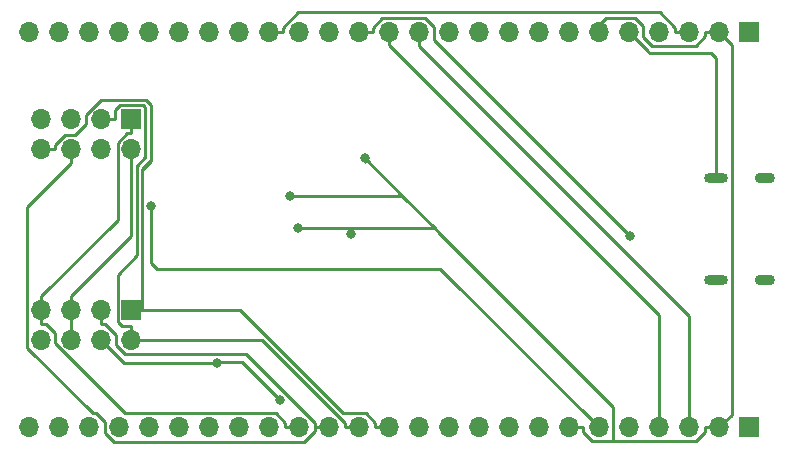
<source format=gbl>
G04 #@! TF.GenerationSoftware,KiCad,Pcbnew,5.1.8+dfsg1-1~bpo10+1*
G04 #@! TF.CreationDate,2020-12-26T22:42:37+08:00*
G04 #@! TF.ProjectId,stm32-io-extend,73746d33-322d-4696-9f2d-657874656e64,rev?*
G04 #@! TF.SameCoordinates,PX4cf27c8PY5b7b308*
G04 #@! TF.FileFunction,Copper,L2,Bot*
G04 #@! TF.FilePolarity,Positive*
%FSLAX46Y46*%
G04 Gerber Fmt 4.6, Leading zero omitted, Abs format (unit mm)*
G04 Created by KiCad (PCBNEW 5.1.8+dfsg1-1~bpo10+1) date 2020-12-26 22:42:37*
%MOMM*%
%LPD*%
G01*
G04 APERTURE LIST*
G04 #@! TA.AperFunction,ComponentPad*
%ADD10O,1.700000X1.700000*%
G04 #@! TD*
G04 #@! TA.AperFunction,ComponentPad*
%ADD11R,1.700000X1.700000*%
G04 #@! TD*
G04 #@! TA.AperFunction,ComponentPad*
%ADD12O,1.700000X0.900000*%
G04 #@! TD*
G04 #@! TA.AperFunction,ComponentPad*
%ADD13O,2.000000X0.900000*%
G04 #@! TD*
G04 #@! TA.AperFunction,ViaPad*
%ADD14C,0.800000*%
G04 #@! TD*
G04 #@! TA.AperFunction,Conductor*
%ADD15C,0.250000*%
G04 #@! TD*
G04 APERTURE END LIST*
D10*
G04 #@! TO.P,J5,25*
G04 #@! TO.N,/PC13*
X3515000Y3275000D03*
G04 #@! TO.P,J5,24*
G04 #@! TO.N,/PC14*
X6055000Y3275000D03*
G04 #@! TO.P,J5,23*
G04 #@! TO.N,/PC15*
X8595000Y3275000D03*
G04 #@! TO.P,J5,22*
G04 #@! TO.N,/OSC_IN*
X11135000Y3275000D03*
G04 #@! TO.P,J5,21*
G04 #@! TO.N,/OSC_OUT*
X13675000Y3275000D03*
G04 #@! TO.P,J5,20*
G04 #@! TO.N,/PA0*
X16215000Y3275000D03*
G04 #@! TO.P,J5,19*
G04 #@! TO.N,/PA1*
X18755000Y3275000D03*
G04 #@! TO.P,J5,18*
G04 #@! TO.N,/PA2*
X21295000Y3275000D03*
G04 #@! TO.P,J5,17*
G04 #@! TO.N,/PA3*
X23835000Y3275000D03*
G04 #@! TO.P,J5,16*
G04 #@! TO.N,/CS*
X26375000Y3275000D03*
G04 #@! TO.P,J5,15*
G04 #@! TO.N,/CLK*
X28915000Y3275000D03*
G04 #@! TO.P,J5,14*
G04 #@! TO.N,/DO*
X31455000Y3275000D03*
G04 #@! TO.P,J5,13*
G04 #@! TO.N,/DI*
X33995000Y3275000D03*
G04 #@! TO.P,J5,12*
G04 #@! TO.N,/PB0*
X36535000Y3275000D03*
G04 #@! TO.P,J5,11*
G04 #@! TO.N,/PB1*
X39075000Y3275000D03*
G04 #@! TO.P,J5,10*
G04 #@! TO.N,/PB2*
X41615000Y3275000D03*
G04 #@! TO.P,J5,9*
G04 #@! TO.N,/PB10*
X44155000Y3275000D03*
G04 #@! TO.P,J5,8*
G04 #@! TO.N,/PB11*
X46695000Y3275000D03*
G04 #@! TO.P,J5,7*
G04 #@! TO.N,VCC*
X49235000Y3275000D03*
G04 #@! TO.P,J5,6*
G04 #@! TO.N,Net-(J5-Pad6)*
X51775000Y3275000D03*
G04 #@! TO.P,J5,5*
G04 #@! TO.N,GND*
X54315000Y3275000D03*
G04 #@! TO.P,J5,4*
G04 #@! TO.N,/PA10*
X56855000Y3275000D03*
G04 #@! TO.P,J5,3*
G04 #@! TO.N,/PA9*
X59395000Y3275000D03*
G04 #@! TO.P,J5,2*
G04 #@! TO.N,VCC*
X61935000Y3275000D03*
D11*
G04 #@! TO.P,J5,1*
G04 #@! TO.N,/BOOT1_UP*
X64475000Y3275000D03*
G04 #@! TD*
D10*
G04 #@! TO.P,J4,25*
G04 #@! TO.N,/PB9*
X3515000Y36725000D03*
G04 #@! TO.P,J4,24*
G04 #@! TO.N,/PB8*
X6055000Y36725000D03*
G04 #@! TO.P,J4,23*
G04 #@! TO.N,/PB7*
X8595000Y36725000D03*
G04 #@! TO.P,J4,22*
G04 #@! TO.N,/PB6*
X11135000Y36725000D03*
G04 #@! TO.P,J4,21*
G04 #@! TO.N,/PB5*
X13675000Y36725000D03*
G04 #@! TO.P,J4,20*
G04 #@! TO.N,/PB4*
X16215000Y36725000D03*
G04 #@! TO.P,J4,19*
G04 #@! TO.N,/PB3*
X18755000Y36725000D03*
G04 #@! TO.P,J4,18*
G04 #@! TO.N,/PA15*
X21295000Y36725000D03*
G04 #@! TO.P,J4,17*
G04 #@! TO.N,/PA14*
X23835000Y36725000D03*
G04 #@! TO.P,J4,16*
G04 #@! TO.N,/PA13*
X26375000Y36725000D03*
G04 #@! TO.P,J4,15*
G04 #@! TO.N,/PA12*
X28915000Y36725000D03*
G04 #@! TO.P,J4,14*
G04 #@! TO.N,/PA11*
X31455000Y36725000D03*
G04 #@! TO.P,J4,13*
G04 #@! TO.N,/PA10*
X33995000Y36725000D03*
G04 #@! TO.P,J4,12*
G04 #@! TO.N,/PA9*
X36535000Y36725000D03*
G04 #@! TO.P,J4,11*
G04 #@! TO.N,/PA8*
X39075000Y36725000D03*
G04 #@! TO.P,J4,10*
G04 #@! TO.N,/PB15*
X41615000Y36725000D03*
G04 #@! TO.P,J4,9*
G04 #@! TO.N,/PB14*
X44155000Y36725000D03*
G04 #@! TO.P,J4,8*
G04 #@! TO.N,/PB13*
X46695000Y36725000D03*
G04 #@! TO.P,J4,7*
G04 #@! TO.N,/PB12*
X49235000Y36725000D03*
G04 #@! TO.P,J4,6*
G04 #@! TO.N,VCC*
X51775000Y36725000D03*
G04 #@! TO.P,J4,5*
G04 #@! TO.N,GND*
X54315000Y36725000D03*
G04 #@! TO.P,J4,4*
G04 #@! TO.N,/PA13*
X56855000Y36725000D03*
G04 #@! TO.P,J4,3*
G04 #@! TO.N,/PA14*
X59395000Y36725000D03*
G04 #@! TO.P,J4,2*
G04 #@! TO.N,VCC*
X61935000Y36725000D03*
D11*
G04 #@! TO.P,J4,1*
G04 #@! TO.N,/BOOT0_UP*
X64475000Y36725000D03*
G04 #@! TD*
D10*
G04 #@! TO.P,J3,8*
G04 #@! TO.N,/nWP*
X4575000Y10675000D03*
G04 #@! TO.P,J3,7*
G04 #@! TO.N,/CS*
X4575000Y13215000D03*
G04 #@! TO.P,J3,6*
G04 #@! TO.N,Net-(C11-Pad1)*
X7115000Y10675000D03*
G04 #@! TO.P,J3,5*
X7115000Y13215000D03*
G04 #@! TO.P,J3,4*
G04 #@! TO.N,GND*
X9655000Y10675000D03*
G04 #@! TO.P,J3,3*
G04 #@! TO.N,/CLK*
X9655000Y13215000D03*
G04 #@! TO.P,J3,2*
G04 #@! TO.N,/DO*
X12195000Y10675000D03*
D11*
G04 #@! TO.P,J3,1*
G04 #@! TO.N,/DI*
X12195000Y13215000D03*
G04 #@! TD*
D10*
G04 #@! TO.P,J2,8*
G04 #@! TO.N,/DI*
X4575000Y26805000D03*
G04 #@! TO.P,J2,7*
G04 #@! TO.N,GND*
X4575000Y29345000D03*
G04 #@! TO.P,J2,6*
G04 #@! TO.N,/CLK*
X7115000Y26805000D03*
G04 #@! TO.P,J2,5*
G04 #@! TO.N,/nWP*
X7115000Y29345000D03*
G04 #@! TO.P,J2,4*
G04 #@! TO.N,Net-(C11-Pad1)*
X9655000Y26805000D03*
G04 #@! TO.P,J2,3*
G04 #@! TO.N,/DO*
X9655000Y29345000D03*
G04 #@! TO.P,J2,2*
G04 #@! TO.N,Net-(C11-Pad1)*
X12195000Y26805000D03*
D11*
G04 #@! TO.P,J2,1*
G04 #@! TO.N,/CS*
X12195000Y29345000D03*
G04 #@! TD*
D12*
G04 #@! TO.P,J1,S1*
G04 #@! TO.N,GND*
X65855000Y24345000D03*
X65855000Y15705000D03*
D13*
X61685000Y24345000D03*
X61685000Y15705000D03*
G04 #@! TD*
D14*
G04 #@! TO.N,GND*
X24742700Y5577400D03*
X19462500Y8743700D03*
G04 #@! TO.N,VCC*
X26312100Y20099300D03*
X31928900Y26032300D03*
X25652900Y22812400D03*
X30778100Y19664500D03*
G04 #@! TO.N,/PA11*
X54377200Y19469500D03*
G04 #@! TO.N,Net-(J5-Pad6)*
X13833000Y22037600D03*
G04 #@! TD*
D15*
G04 #@! TO.N,GND*
X9655000Y10675000D02*
X11586300Y8743700D01*
X11586300Y8743700D02*
X19462500Y8743700D01*
X24742700Y5577400D02*
X21535100Y8785000D01*
X19503800Y8785000D02*
X19462500Y8743700D01*
X21535100Y8785000D02*
X19503800Y8785000D01*
X55940310Y35099690D02*
X54315000Y36725000D01*
X61265000Y34995000D02*
X56045000Y34995000D01*
X61685000Y24345000D02*
X61685000Y34575000D01*
X56045000Y34995000D02*
X55940310Y35099690D01*
X61685000Y34575000D02*
X61265000Y34995000D01*
G04 #@! TO.N,VCC*
X61935000Y36725000D02*
X60759700Y36725000D01*
X51187400Y36725000D02*
X52403000Y37940600D01*
X52403000Y37940600D02*
X54800700Y37940600D01*
X54800700Y37940600D02*
X55490400Y37250900D01*
X55490400Y37250900D02*
X55490400Y36318400D01*
X55490400Y36318400D02*
X56259100Y35549700D01*
X56259100Y35549700D02*
X59951800Y35549700D01*
X59951800Y35549700D02*
X60759700Y36357600D01*
X60759700Y36357600D02*
X60759700Y36725000D01*
X51775000Y36725000D02*
X51187400Y36725000D01*
X52987900Y2099700D02*
X59951800Y2099700D01*
X59951800Y2099700D02*
X60759700Y2907600D01*
X60759700Y2907600D02*
X60759700Y3275000D01*
X50410300Y3275000D02*
X50410300Y2907700D01*
X50410300Y2907700D02*
X51218300Y2099700D01*
X51218300Y2099700D02*
X52987900Y2099700D01*
X61935000Y3275000D02*
X60759700Y3275000D01*
X49235000Y3275000D02*
X50410300Y3275000D01*
X31928900Y25716100D02*
X31928900Y26032300D01*
X63010010Y35649990D02*
X61935000Y36725000D01*
X63010010Y4350010D02*
X63010010Y35649990D01*
X61935000Y3275000D02*
X63010010Y4350010D01*
X52950001Y2165799D02*
X52987900Y2127900D01*
X52950001Y5011199D02*
X52950001Y2165799D01*
X52987900Y2099700D02*
X52987900Y2127900D01*
X31928900Y26032300D02*
X35215600Y22745600D01*
X30777600Y19665000D02*
X30778100Y19664500D01*
X38235600Y19725600D02*
X52950001Y5011199D01*
X37859300Y20099300D02*
X37860600Y20100600D01*
X35215600Y22745600D02*
X37860600Y20100600D01*
X37860600Y20100600D02*
X38235600Y19725600D01*
X30839300Y20099300D02*
X37859300Y20099300D01*
X30778100Y20038100D02*
X30839300Y20099300D01*
X30778100Y19664500D02*
X30778100Y20038100D01*
X26312100Y20099300D02*
X30839300Y20099300D01*
X35148800Y22812400D02*
X35215600Y22745600D01*
X25652900Y22812400D02*
X35148800Y22812400D01*
G04 #@! TO.N,/PA14*
X25010300Y36725000D02*
X23835000Y36725000D01*
X58219700Y36725000D02*
X58219700Y37092300D01*
X59395000Y36725000D02*
X58219700Y36725000D01*
X58219700Y37092300D02*
X56921390Y38390610D01*
X56921390Y38390610D02*
X26308610Y38390610D01*
X25010300Y37092300D02*
X25010300Y36725000D01*
X26308610Y38390610D02*
X25010300Y37092300D01*
G04 #@! TO.N,/PA11*
X31455000Y36725000D02*
X32630300Y36725000D01*
X32630300Y36725000D02*
X32630300Y37092400D01*
X32630300Y37092400D02*
X33438200Y37900300D01*
X33438200Y37900300D02*
X37024000Y37900300D01*
X37024000Y37900300D02*
X37805000Y37119300D01*
X37805000Y37119300D02*
X37805000Y36041700D01*
X37805000Y36041700D02*
X54377200Y19469500D01*
G04 #@! TO.N,/PA10*
X33995000Y36725000D02*
X33995000Y35605000D01*
X33995000Y35605000D02*
X56855000Y12745000D01*
X56855000Y12745000D02*
X56855000Y12325000D01*
X56855000Y12325000D02*
X56855000Y3275000D01*
G04 #@! TO.N,/PA9*
X59395000Y12662919D02*
X59395000Y3275000D01*
X36535000Y35522919D02*
X59395000Y12662919D01*
X36535000Y36725000D02*
X36535000Y35522919D01*
G04 #@! TO.N,/DI*
X30108600Y4450300D02*
X32011800Y4450300D01*
X32011800Y4450300D02*
X32819700Y3642400D01*
X32819700Y3642400D02*
X32819700Y3275000D01*
X33995000Y3275000D02*
X32819700Y3275000D01*
X21343900Y13215000D02*
X22029450Y12529450D01*
X22029450Y12529450D02*
X30108600Y4450300D01*
X13107500Y13232500D02*
X13125000Y13215000D01*
X13107500Y15352500D02*
X13107500Y13232500D01*
X13125000Y13215000D02*
X21343900Y13215000D01*
X12195000Y13215000D02*
X13125000Y13215000D01*
X13107500Y15352500D02*
X13107500Y15190000D01*
X5750300Y26805000D02*
X4575000Y26805000D01*
X5750300Y27172400D02*
X5750300Y26805000D01*
X7451300Y27980300D02*
X6558200Y27980300D01*
X8385000Y29749700D02*
X8385000Y28914000D01*
X9631800Y30996500D02*
X8385000Y29749700D01*
X13107500Y15352500D02*
X13107500Y25147500D01*
X13829100Y25789100D02*
X13829100Y30581400D01*
X13414000Y30996500D02*
X9631800Y30996500D01*
X13187500Y25147500D02*
X13829100Y25789100D01*
X6558200Y27980300D02*
X5750300Y27172400D01*
X8385000Y28914000D02*
X7451300Y27980300D01*
X13829100Y30581400D02*
X13414000Y30996500D01*
X13759100Y25789100D02*
X13106710Y25136710D01*
X13829100Y25789100D02*
X13759100Y25789100D01*
G04 #@! TO.N,/CLK*
X28915000Y3275000D02*
X27739700Y3275000D01*
X9655000Y13215000D02*
X9655000Y12039700D01*
X9655000Y12039700D02*
X9965100Y12039700D01*
X9965100Y12039700D02*
X10925000Y11079800D01*
X10925000Y11079800D02*
X10925000Y10236200D01*
X10925000Y10236200D02*
X11661500Y9499700D01*
X11661500Y9499700D02*
X21882300Y9499700D01*
X21882300Y9499700D02*
X27739700Y3642300D01*
X27739700Y3642300D02*
X27739700Y3275000D01*
X27739700Y2976900D02*
X27739700Y3275000D01*
X26809100Y2046300D02*
X27739700Y2976900D01*
X10698700Y2046300D02*
X26809100Y2046300D01*
X9939100Y3705600D02*
X9939100Y2805900D01*
X7115000Y26805000D02*
X7115000Y25629700D01*
X7115000Y25629700D02*
X3389000Y21903700D01*
X9939100Y2805900D02*
X10698700Y2046300D01*
X3389000Y21903700D02*
X3389000Y10001000D01*
X3389000Y10001000D02*
X8939999Y4450001D01*
X8939999Y4450001D02*
X9194699Y4450001D01*
X9194699Y4450001D02*
X9939100Y3705600D01*
G04 #@! TO.N,/DO*
X13370300Y10675000D02*
X23247000Y10675000D01*
X23247000Y10675000D02*
X30279700Y3642300D01*
X30279700Y3642300D02*
X30279700Y3275000D01*
X12195000Y10675000D02*
X13370300Y10675000D01*
X31455000Y3275000D02*
X30279700Y3275000D01*
X12195000Y11850300D02*
X12195000Y10675000D01*
X11386900Y11850300D02*
X12195000Y11850300D01*
X12656700Y17820600D02*
X11019700Y16183600D01*
X11019700Y16183600D02*
X11019700Y12217500D01*
X12656700Y25396700D02*
X12656700Y17820600D01*
X13378700Y26118700D02*
X12656700Y25396700D01*
X11019700Y12217500D02*
X11386900Y11850300D01*
X9655000Y29345000D02*
X10830300Y29345000D01*
X13378700Y30350600D02*
X13378700Y26118700D01*
X10830300Y29345000D02*
X10830300Y30153000D01*
X11197700Y30520400D02*
X13208900Y30520400D01*
X10830300Y30153000D02*
X11197700Y30520400D01*
X13208900Y30520400D02*
X13378700Y30350600D01*
G04 #@! TO.N,/CS*
X12195000Y29345000D02*
X12195000Y28169700D01*
X4575000Y13215000D02*
X4575000Y14390300D01*
X4575000Y13215000D02*
X4575000Y12039700D01*
X4575000Y12039700D02*
X4942400Y12039700D01*
X4942400Y12039700D02*
X5750300Y11231800D01*
X5750300Y11231800D02*
X5750300Y10363600D01*
X5750300Y10363600D02*
X11663600Y4450300D01*
X11663600Y4450300D02*
X24391800Y4450300D01*
X24391800Y4450300D02*
X25199700Y3642400D01*
X25199700Y3642400D02*
X25199700Y3275000D01*
X4575000Y14390300D02*
X11019700Y20835000D01*
X11019700Y20835000D02*
X11019700Y27361800D01*
X11019700Y27361800D02*
X11827600Y28169700D01*
X11827600Y28169700D02*
X12195000Y28169700D01*
X26375000Y3275000D02*
X25199700Y3275000D01*
G04 #@! TO.N,Net-(C11-Pad1)*
X12195000Y25629700D02*
X12195000Y19470300D01*
X12195000Y19470300D02*
X7115000Y14390300D01*
X7115000Y13215000D02*
X7115000Y14390300D01*
X12195000Y26805000D02*
X12195000Y25629700D01*
X7115000Y13215000D02*
X7115000Y10675000D01*
G04 #@! TO.N,Net-(J5-Pad6)*
X13833000Y17197000D02*
X13833000Y22037600D01*
X14324700Y16705300D02*
X13833000Y17197000D01*
X38344700Y16705300D02*
X14324700Y16705300D01*
X51775000Y3275000D02*
X38344700Y16705300D01*
G04 #@! TD*
M02*

</source>
